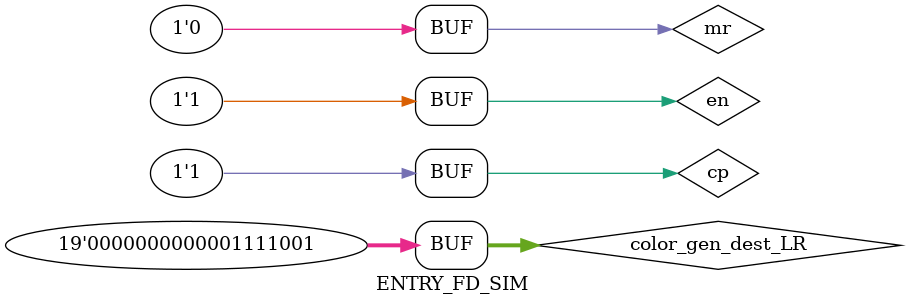
<source format=v>
`timescale 1ns / 100ps
module ENTRY_FD_SIM();

    reg en, cp, mr;
    reg [18:0] color_gen_dest_LR;
    wire valid, fire;
    ENTRY_FD EF(.EN(en), .CP(cp), .MR(mr), .COLOR_GEN_DEST_LR(color_gen_dest_LR), .VALID(valid), .FIRE(fire));

    initial begin
        en = 1;
        cp = 0;
        mr = 0;
        color_gen_dest_LR = 19'd120;
    #50 cp = 1;
    #50
        color_gen_dest_LR = 19'd110;
    #50 cp = 0;
        color_gen_dest_LR = 19'b0000_0000_0000_0000_1111_001;
    #50
        cp = 1;
    end
endmodule
</source>
